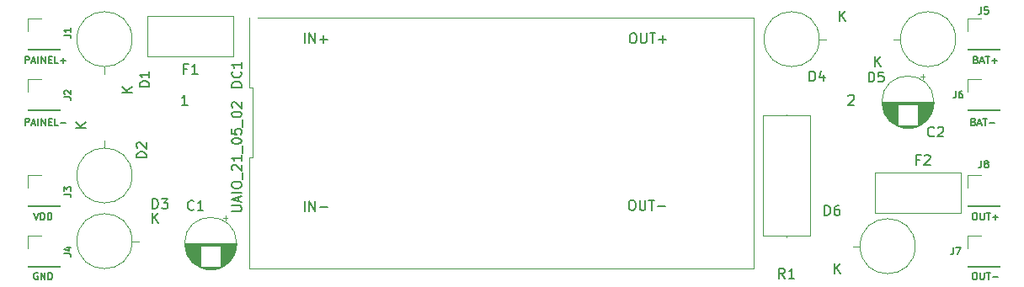
<source format=gbr>
%TF.GenerationSoftware,KiCad,Pcbnew,(5.1.10)-1*%
%TF.CreationDate,2021-05-10T23:52:44-03:00*%
%TF.ProjectId,MGA_02,4d47415f-3032-42e6-9b69-6361645f7063,rev?*%
%TF.SameCoordinates,Original*%
%TF.FileFunction,Legend,Top*%
%TF.FilePolarity,Positive*%
%FSLAX46Y46*%
G04 Gerber Fmt 4.6, Leading zero omitted, Abs format (unit mm)*
G04 Created by KiCad (PCBNEW (5.1.10)-1) date 2021-05-10 23:52:44*
%MOMM*%
%LPD*%
G01*
G04 APERTURE LIST*
%ADD10C,0.150000*%
%ADD11C,0.120000*%
G04 APERTURE END LIST*
D10*
X71702380Y-121976190D02*
X72511904Y-121976190D01*
X72607142Y-121928571D01*
X72654761Y-121880952D01*
X72702380Y-121785714D01*
X72702380Y-121595238D01*
X72654761Y-121500000D01*
X72607142Y-121452380D01*
X72511904Y-121404761D01*
X71702380Y-121404761D01*
X72416666Y-120976190D02*
X72416666Y-120500000D01*
X72702380Y-121071428D02*
X71702380Y-120738095D01*
X72702380Y-120404761D01*
X72702380Y-120071428D02*
X71702380Y-120071428D01*
X71702380Y-119404761D02*
X71702380Y-119214285D01*
X71750000Y-119119047D01*
X71845238Y-119023809D01*
X72035714Y-118976190D01*
X72369047Y-118976190D01*
X72559523Y-119023809D01*
X72654761Y-119119047D01*
X72702380Y-119214285D01*
X72702380Y-119404761D01*
X72654761Y-119500000D01*
X72559523Y-119595238D01*
X72369047Y-119642857D01*
X72035714Y-119642857D01*
X71845238Y-119595238D01*
X71750000Y-119500000D01*
X71702380Y-119404761D01*
X72797619Y-118785714D02*
X72797619Y-118023809D01*
X71797619Y-117833333D02*
X71750000Y-117785714D01*
X71702380Y-117690476D01*
X71702380Y-117452380D01*
X71750000Y-117357142D01*
X71797619Y-117309523D01*
X71892857Y-117261904D01*
X71988095Y-117261904D01*
X72130952Y-117309523D01*
X72702380Y-117880952D01*
X72702380Y-117261904D01*
X72702380Y-116309523D02*
X72702380Y-116880952D01*
X72702380Y-116595238D02*
X71702380Y-116595238D01*
X71845238Y-116690476D01*
X71940476Y-116785714D01*
X71988095Y-116880952D01*
X72797619Y-116119047D02*
X72797619Y-115357142D01*
X71702380Y-114928571D02*
X71702380Y-114833333D01*
X71750000Y-114738095D01*
X71797619Y-114690476D01*
X71892857Y-114642857D01*
X72083333Y-114595238D01*
X72321428Y-114595238D01*
X72511904Y-114642857D01*
X72607142Y-114690476D01*
X72654761Y-114738095D01*
X72702380Y-114833333D01*
X72702380Y-114928571D01*
X72654761Y-115023809D01*
X72607142Y-115071428D01*
X72511904Y-115119047D01*
X72321428Y-115166666D01*
X72083333Y-115166666D01*
X71892857Y-115119047D01*
X71797619Y-115071428D01*
X71750000Y-115023809D01*
X71702380Y-114928571D01*
X71702380Y-113690476D02*
X71702380Y-114166666D01*
X72178571Y-114214285D01*
X72130952Y-114166666D01*
X72083333Y-114071428D01*
X72083333Y-113833333D01*
X72130952Y-113738095D01*
X72178571Y-113690476D01*
X72273809Y-113642857D01*
X72511904Y-113642857D01*
X72607142Y-113690476D01*
X72654761Y-113738095D01*
X72702380Y-113833333D01*
X72702380Y-114071428D01*
X72654761Y-114166666D01*
X72607142Y-114214285D01*
X72797619Y-113452380D02*
X72797619Y-112690476D01*
X71702380Y-112261904D02*
X71702380Y-112166666D01*
X71750000Y-112071428D01*
X71797619Y-112023809D01*
X71892857Y-111976190D01*
X72083333Y-111928571D01*
X72321428Y-111928571D01*
X72511904Y-111976190D01*
X72607142Y-112023809D01*
X72654761Y-112071428D01*
X72702380Y-112166666D01*
X72702380Y-112261904D01*
X72654761Y-112357142D01*
X72607142Y-112404761D01*
X72511904Y-112452380D01*
X72321428Y-112500000D01*
X72083333Y-112500000D01*
X71892857Y-112452380D01*
X71797619Y-112404761D01*
X71750000Y-112357142D01*
X71702380Y-112261904D01*
X71797619Y-111547619D02*
X71750000Y-111500000D01*
X71702380Y-111404761D01*
X71702380Y-111166666D01*
X71750000Y-111071428D01*
X71797619Y-111023809D01*
X71892857Y-110976190D01*
X71988095Y-110976190D01*
X72130952Y-111023809D01*
X72702380Y-111595238D01*
X72702380Y-110976190D01*
X146366666Y-122116666D02*
X146500000Y-122116666D01*
X146566666Y-122150000D01*
X146633333Y-122216666D01*
X146666666Y-122350000D01*
X146666666Y-122583333D01*
X146633333Y-122716666D01*
X146566666Y-122783333D01*
X146500000Y-122816666D01*
X146366666Y-122816666D01*
X146300000Y-122783333D01*
X146233333Y-122716666D01*
X146200000Y-122583333D01*
X146200000Y-122350000D01*
X146233333Y-122216666D01*
X146300000Y-122150000D01*
X146366666Y-122116666D01*
X146966666Y-122116666D02*
X146966666Y-122683333D01*
X147000000Y-122750000D01*
X147033333Y-122783333D01*
X147100000Y-122816666D01*
X147233333Y-122816666D01*
X147300000Y-122783333D01*
X147333333Y-122750000D01*
X147366666Y-122683333D01*
X147366666Y-122116666D01*
X147600000Y-122116666D02*
X148000000Y-122116666D01*
X147800000Y-122816666D02*
X147800000Y-122116666D01*
X148233333Y-122550000D02*
X148766666Y-122550000D01*
X148500000Y-122816666D02*
X148500000Y-122283333D01*
X146366666Y-128116666D02*
X146500000Y-128116666D01*
X146566666Y-128150000D01*
X146633333Y-128216666D01*
X146666666Y-128350000D01*
X146666666Y-128583333D01*
X146633333Y-128716666D01*
X146566666Y-128783333D01*
X146500000Y-128816666D01*
X146366666Y-128816666D01*
X146300000Y-128783333D01*
X146233333Y-128716666D01*
X146200000Y-128583333D01*
X146200000Y-128350000D01*
X146233333Y-128216666D01*
X146300000Y-128150000D01*
X146366666Y-128116666D01*
X146966666Y-128116666D02*
X146966666Y-128683333D01*
X147000000Y-128750000D01*
X147033333Y-128783333D01*
X147100000Y-128816666D01*
X147233333Y-128816666D01*
X147300000Y-128783333D01*
X147333333Y-128750000D01*
X147366666Y-128683333D01*
X147366666Y-128116666D01*
X147600000Y-128116666D02*
X148000000Y-128116666D01*
X147800000Y-128816666D02*
X147800000Y-128116666D01*
X148233333Y-128550000D02*
X148766666Y-128550000D01*
X146300000Y-112950000D02*
X146400000Y-112983333D01*
X146433333Y-113016666D01*
X146466666Y-113083333D01*
X146466666Y-113183333D01*
X146433333Y-113250000D01*
X146400000Y-113283333D01*
X146333333Y-113316666D01*
X146066666Y-113316666D01*
X146066666Y-112616666D01*
X146300000Y-112616666D01*
X146366666Y-112650000D01*
X146400000Y-112683333D01*
X146433333Y-112750000D01*
X146433333Y-112816666D01*
X146400000Y-112883333D01*
X146366666Y-112916666D01*
X146300000Y-112950000D01*
X146066666Y-112950000D01*
X146733333Y-113116666D02*
X147066666Y-113116666D01*
X146666666Y-113316666D02*
X146900000Y-112616666D01*
X147133333Y-113316666D01*
X147266666Y-112616666D02*
X147666666Y-112616666D01*
X147466666Y-113316666D02*
X147466666Y-112616666D01*
X147900000Y-113050000D02*
X148433333Y-113050000D01*
X146550000Y-106700000D02*
X146650000Y-106733333D01*
X146683333Y-106766666D01*
X146716666Y-106833333D01*
X146716666Y-106933333D01*
X146683333Y-107000000D01*
X146650000Y-107033333D01*
X146583333Y-107066666D01*
X146316666Y-107066666D01*
X146316666Y-106366666D01*
X146550000Y-106366666D01*
X146616666Y-106400000D01*
X146650000Y-106433333D01*
X146683333Y-106500000D01*
X146683333Y-106566666D01*
X146650000Y-106633333D01*
X146616666Y-106666666D01*
X146550000Y-106700000D01*
X146316666Y-106700000D01*
X146983333Y-106866666D02*
X147316666Y-106866666D01*
X146916666Y-107066666D02*
X147150000Y-106366666D01*
X147383333Y-107066666D01*
X147516666Y-106366666D02*
X147916666Y-106366666D01*
X147716666Y-107066666D02*
X147716666Y-106366666D01*
X148150000Y-106800000D02*
X148683333Y-106800000D01*
X148416666Y-107066666D02*
X148416666Y-106533333D01*
X52216666Y-128150000D02*
X52150000Y-128116666D01*
X52050000Y-128116666D01*
X51950000Y-128150000D01*
X51883333Y-128216666D01*
X51850000Y-128283333D01*
X51816666Y-128416666D01*
X51816666Y-128516666D01*
X51850000Y-128650000D01*
X51883333Y-128716666D01*
X51950000Y-128783333D01*
X52050000Y-128816666D01*
X52116666Y-128816666D01*
X52216666Y-128783333D01*
X52250000Y-128750000D01*
X52250000Y-128516666D01*
X52116666Y-128516666D01*
X52550000Y-128816666D02*
X52550000Y-128116666D01*
X52950000Y-128816666D01*
X52950000Y-128116666D01*
X53283333Y-128816666D02*
X53283333Y-128116666D01*
X53450000Y-128116666D01*
X53550000Y-128150000D01*
X53616666Y-128216666D01*
X53650000Y-128283333D01*
X53683333Y-128416666D01*
X53683333Y-128516666D01*
X53650000Y-128650000D01*
X53616666Y-128716666D01*
X53550000Y-128783333D01*
X53450000Y-128816666D01*
X53283333Y-128816666D01*
X51816666Y-122116666D02*
X52050000Y-122816666D01*
X52283333Y-122116666D01*
X52516666Y-122816666D02*
X52516666Y-122116666D01*
X52683333Y-122116666D01*
X52783333Y-122150000D01*
X52850000Y-122216666D01*
X52883333Y-122283333D01*
X52916666Y-122416666D01*
X52916666Y-122516666D01*
X52883333Y-122650000D01*
X52850000Y-122716666D01*
X52783333Y-122783333D01*
X52683333Y-122816666D01*
X52516666Y-122816666D01*
X53216666Y-122816666D02*
X53216666Y-122116666D01*
X53383333Y-122116666D01*
X53483333Y-122150000D01*
X53550000Y-122216666D01*
X53583333Y-122283333D01*
X53616666Y-122416666D01*
X53616666Y-122516666D01*
X53583333Y-122650000D01*
X53550000Y-122716666D01*
X53483333Y-122783333D01*
X53383333Y-122816666D01*
X53216666Y-122816666D01*
X50950000Y-113316666D02*
X50950000Y-112616666D01*
X51216666Y-112616666D01*
X51283333Y-112650000D01*
X51316666Y-112683333D01*
X51350000Y-112750000D01*
X51350000Y-112850000D01*
X51316666Y-112916666D01*
X51283333Y-112950000D01*
X51216666Y-112983333D01*
X50950000Y-112983333D01*
X51616666Y-113116666D02*
X51950000Y-113116666D01*
X51550000Y-113316666D02*
X51783333Y-112616666D01*
X52016666Y-113316666D01*
X52250000Y-113316666D02*
X52250000Y-112616666D01*
X52583333Y-113316666D02*
X52583333Y-112616666D01*
X52983333Y-113316666D01*
X52983333Y-112616666D01*
X53316666Y-112950000D02*
X53550000Y-112950000D01*
X53650000Y-113316666D02*
X53316666Y-113316666D01*
X53316666Y-112616666D01*
X53650000Y-112616666D01*
X54283333Y-113316666D02*
X53950000Y-113316666D01*
X53950000Y-112616666D01*
X54516666Y-113050000D02*
X55050000Y-113050000D01*
X50950000Y-107066666D02*
X50950000Y-106366666D01*
X51216666Y-106366666D01*
X51283333Y-106400000D01*
X51316666Y-106433333D01*
X51350000Y-106500000D01*
X51350000Y-106600000D01*
X51316666Y-106666666D01*
X51283333Y-106700000D01*
X51216666Y-106733333D01*
X50950000Y-106733333D01*
X51616666Y-106866666D02*
X51950000Y-106866666D01*
X51550000Y-107066666D02*
X51783333Y-106366666D01*
X52016666Y-107066666D01*
X52250000Y-107066666D02*
X52250000Y-106366666D01*
X52583333Y-107066666D02*
X52583333Y-106366666D01*
X52983333Y-107066666D01*
X52983333Y-106366666D01*
X53316666Y-106700000D02*
X53550000Y-106700000D01*
X53650000Y-107066666D02*
X53316666Y-107066666D01*
X53316666Y-106366666D01*
X53650000Y-106366666D01*
X54283333Y-107066666D02*
X53950000Y-107066666D01*
X53950000Y-106366666D01*
X54516666Y-106800000D02*
X55050000Y-106800000D01*
X54783333Y-107066666D02*
X54783333Y-106533333D01*
D11*
%TO.C,F2*%
X145006000Y-122154000D02*
X136406000Y-122154000D01*
X145006000Y-122154000D02*
X145006000Y-118054000D01*
X136406000Y-122154000D02*
X136406000Y-118054000D01*
X145006000Y-118054000D02*
X136406000Y-118054000D01*
%TO.C,F1*%
X71854000Y-106406000D02*
X63254000Y-106406000D01*
X71854000Y-106406000D02*
X71854000Y-102306000D01*
X63254000Y-106406000D02*
X63254000Y-102306000D01*
X71854000Y-102306000D02*
X63254000Y-102306000D01*
%TO.C,J8*%
X145720000Y-121488000D02*
X148920000Y-121488000D01*
X145720000Y-121388000D02*
X145720000Y-121448000D01*
X148920000Y-121428000D02*
X148920000Y-121488000D01*
X145720000Y-121388000D02*
X148920000Y-121388000D01*
X145720000Y-119618000D02*
X145720000Y-118288000D01*
X145720000Y-118288000D02*
X147050000Y-118288000D01*
%TO.C,J7*%
X145720000Y-127584000D02*
X148920000Y-127584000D01*
X145720000Y-127484000D02*
X145720000Y-127544000D01*
X148920000Y-127524000D02*
X148920000Y-127584000D01*
X145720000Y-127484000D02*
X148920000Y-127484000D01*
X145720000Y-125714000D02*
X145720000Y-124384000D01*
X145720000Y-124384000D02*
X147050000Y-124384000D01*
%TO.C,J6*%
X145720000Y-111836000D02*
X148920000Y-111836000D01*
X145720000Y-111736000D02*
X145720000Y-111796000D01*
X148920000Y-111776000D02*
X148920000Y-111836000D01*
X145720000Y-111736000D02*
X148920000Y-111736000D01*
X145720000Y-109966000D02*
X145720000Y-108636000D01*
X145720000Y-108636000D02*
X147050000Y-108636000D01*
%TO.C,J5*%
X145720000Y-105740000D02*
X148920000Y-105740000D01*
X145720000Y-105640000D02*
X145720000Y-105700000D01*
X148920000Y-105680000D02*
X148920000Y-105740000D01*
X145720000Y-105640000D02*
X148920000Y-105640000D01*
X145720000Y-103870000D02*
X145720000Y-102540000D01*
X145720000Y-102540000D02*
X147050000Y-102540000D01*
%TO.C,J4*%
X51232000Y-127584000D02*
X54432000Y-127584000D01*
X51232000Y-127484000D02*
X51232000Y-127544000D01*
X54432000Y-127524000D02*
X54432000Y-127584000D01*
X51232000Y-127484000D02*
X54432000Y-127484000D01*
X51232000Y-125714000D02*
X51232000Y-124384000D01*
X51232000Y-124384000D02*
X52562000Y-124384000D01*
%TO.C,J3*%
X51232000Y-121488000D02*
X54432000Y-121488000D01*
X51232000Y-121388000D02*
X51232000Y-121448000D01*
X54432000Y-121428000D02*
X54432000Y-121488000D01*
X51232000Y-121388000D02*
X54432000Y-121388000D01*
X51232000Y-119618000D02*
X51232000Y-118288000D01*
X51232000Y-118288000D02*
X52562000Y-118288000D01*
%TO.C,J2*%
X51232000Y-111836000D02*
X54432000Y-111836000D01*
X51232000Y-111736000D02*
X51232000Y-111796000D01*
X54432000Y-111776000D02*
X54432000Y-111836000D01*
X51232000Y-111736000D02*
X54432000Y-111736000D01*
X51232000Y-109966000D02*
X51232000Y-108636000D01*
X51232000Y-108636000D02*
X52562000Y-108636000D01*
%TO.C,J1*%
X51232000Y-105740000D02*
X54432000Y-105740000D01*
X51232000Y-105640000D02*
X51232000Y-105700000D01*
X54432000Y-105680000D02*
X54432000Y-105740000D01*
X51232000Y-105640000D02*
X54432000Y-105640000D01*
X51232000Y-103870000D02*
X51232000Y-102540000D01*
X51232000Y-102540000D02*
X52562000Y-102540000D01*
%TO.C,D6*%
X134898000Y-125476000D02*
X134188000Y-125476000D01*
X140438000Y-125476000D02*
G75*
G03*
X140438000Y-125476000I-2770000J0D01*
G01*
%TO.C,D5*%
X138962000Y-104648000D02*
X138252000Y-104648000D01*
X144502000Y-104648000D02*
G75*
G03*
X144502000Y-104648000I-2770000J0D01*
G01*
%TO.C,D4*%
X130786000Y-104648000D02*
X131496000Y-104648000D01*
X130786000Y-104648000D02*
G75*
G03*
X130786000Y-104648000I-2770000J0D01*
G01*
%TO.C,D3*%
X61698000Y-124968000D02*
X62408000Y-124968000D01*
X61698000Y-124968000D02*
G75*
G03*
X61698000Y-124968000I-2770000J0D01*
G01*
%TO.C,D2*%
X58928000Y-115594000D02*
X58928000Y-114884000D01*
X61698000Y-118364000D02*
G75*
G03*
X61698000Y-118364000I-2770000J0D01*
G01*
%TO.C,D1*%
X58928000Y-107418000D02*
X58928000Y-108128000D01*
X61698000Y-104648000D02*
G75*
G03*
X61698000Y-104648000I-2770000J0D01*
G01*
%TO.C,R1*%
X127508000Y-112184000D02*
X127508000Y-112294000D01*
X127508000Y-124544000D02*
X127508000Y-124434000D01*
X125138000Y-112294000D02*
X125138000Y-124434000D01*
X129878000Y-112294000D02*
X125138000Y-112294000D01*
X129878000Y-124434000D02*
X129878000Y-112294000D01*
X125138000Y-124434000D02*
X129878000Y-124434000D01*
%TO.C,C2*%
X142320000Y-110978000D02*
G75*
G03*
X142320000Y-110978000I-2620000J0D01*
G01*
X142280000Y-110978000D02*
X137120000Y-110978000D01*
X142280000Y-111018000D02*
X137120000Y-111018000D01*
X142279000Y-111058000D02*
X137121000Y-111058000D01*
X142278000Y-111098000D02*
X137122000Y-111098000D01*
X142276000Y-111138000D02*
X137124000Y-111138000D01*
X142273000Y-111178000D02*
X137127000Y-111178000D01*
X142269000Y-111218000D02*
X140740000Y-111218000D01*
X138660000Y-111218000D02*
X137131000Y-111218000D01*
X142265000Y-111258000D02*
X140740000Y-111258000D01*
X138660000Y-111258000D02*
X137135000Y-111258000D01*
X142261000Y-111298000D02*
X140740000Y-111298000D01*
X138660000Y-111298000D02*
X137139000Y-111298000D01*
X142256000Y-111338000D02*
X140740000Y-111338000D01*
X138660000Y-111338000D02*
X137144000Y-111338000D01*
X142250000Y-111378000D02*
X140740000Y-111378000D01*
X138660000Y-111378000D02*
X137150000Y-111378000D01*
X142243000Y-111418000D02*
X140740000Y-111418000D01*
X138660000Y-111418000D02*
X137157000Y-111418000D01*
X142236000Y-111458000D02*
X140740000Y-111458000D01*
X138660000Y-111458000D02*
X137164000Y-111458000D01*
X142228000Y-111498000D02*
X140740000Y-111498000D01*
X138660000Y-111498000D02*
X137172000Y-111498000D01*
X142220000Y-111538000D02*
X140740000Y-111538000D01*
X138660000Y-111538000D02*
X137180000Y-111538000D01*
X142211000Y-111578000D02*
X140740000Y-111578000D01*
X138660000Y-111578000D02*
X137189000Y-111578000D01*
X142201000Y-111618000D02*
X140740000Y-111618000D01*
X138660000Y-111618000D02*
X137199000Y-111618000D01*
X142191000Y-111658000D02*
X140740000Y-111658000D01*
X138660000Y-111658000D02*
X137209000Y-111658000D01*
X142180000Y-111699000D02*
X140740000Y-111699000D01*
X138660000Y-111699000D02*
X137220000Y-111699000D01*
X142168000Y-111739000D02*
X140740000Y-111739000D01*
X138660000Y-111739000D02*
X137232000Y-111739000D01*
X142155000Y-111779000D02*
X140740000Y-111779000D01*
X138660000Y-111779000D02*
X137245000Y-111779000D01*
X142142000Y-111819000D02*
X140740000Y-111819000D01*
X138660000Y-111819000D02*
X137258000Y-111819000D01*
X142128000Y-111859000D02*
X140740000Y-111859000D01*
X138660000Y-111859000D02*
X137272000Y-111859000D01*
X142114000Y-111899000D02*
X140740000Y-111899000D01*
X138660000Y-111899000D02*
X137286000Y-111899000D01*
X142098000Y-111939000D02*
X140740000Y-111939000D01*
X138660000Y-111939000D02*
X137302000Y-111939000D01*
X142082000Y-111979000D02*
X140740000Y-111979000D01*
X138660000Y-111979000D02*
X137318000Y-111979000D01*
X142065000Y-112019000D02*
X140740000Y-112019000D01*
X138660000Y-112019000D02*
X137335000Y-112019000D01*
X142048000Y-112059000D02*
X140740000Y-112059000D01*
X138660000Y-112059000D02*
X137352000Y-112059000D01*
X142029000Y-112099000D02*
X140740000Y-112099000D01*
X138660000Y-112099000D02*
X137371000Y-112099000D01*
X142010000Y-112139000D02*
X140740000Y-112139000D01*
X138660000Y-112139000D02*
X137390000Y-112139000D01*
X141990000Y-112179000D02*
X140740000Y-112179000D01*
X138660000Y-112179000D02*
X137410000Y-112179000D01*
X141968000Y-112219000D02*
X140740000Y-112219000D01*
X138660000Y-112219000D02*
X137432000Y-112219000D01*
X141947000Y-112259000D02*
X140740000Y-112259000D01*
X138660000Y-112259000D02*
X137453000Y-112259000D01*
X141924000Y-112299000D02*
X140740000Y-112299000D01*
X138660000Y-112299000D02*
X137476000Y-112299000D01*
X141900000Y-112339000D02*
X140740000Y-112339000D01*
X138660000Y-112339000D02*
X137500000Y-112339000D01*
X141875000Y-112379000D02*
X140740000Y-112379000D01*
X138660000Y-112379000D02*
X137525000Y-112379000D01*
X141849000Y-112419000D02*
X140740000Y-112419000D01*
X138660000Y-112419000D02*
X137551000Y-112419000D01*
X141822000Y-112459000D02*
X140740000Y-112459000D01*
X138660000Y-112459000D02*
X137578000Y-112459000D01*
X141795000Y-112499000D02*
X140740000Y-112499000D01*
X138660000Y-112499000D02*
X137605000Y-112499000D01*
X141765000Y-112539000D02*
X140740000Y-112539000D01*
X138660000Y-112539000D02*
X137635000Y-112539000D01*
X141735000Y-112579000D02*
X140740000Y-112579000D01*
X138660000Y-112579000D02*
X137665000Y-112579000D01*
X141704000Y-112619000D02*
X140740000Y-112619000D01*
X138660000Y-112619000D02*
X137696000Y-112619000D01*
X141671000Y-112659000D02*
X140740000Y-112659000D01*
X138660000Y-112659000D02*
X137729000Y-112659000D01*
X141637000Y-112699000D02*
X140740000Y-112699000D01*
X138660000Y-112699000D02*
X137763000Y-112699000D01*
X141601000Y-112739000D02*
X140740000Y-112739000D01*
X138660000Y-112739000D02*
X137799000Y-112739000D01*
X141564000Y-112779000D02*
X140740000Y-112779000D01*
X138660000Y-112779000D02*
X137836000Y-112779000D01*
X141526000Y-112819000D02*
X140740000Y-112819000D01*
X138660000Y-112819000D02*
X137874000Y-112819000D01*
X141485000Y-112859000D02*
X140740000Y-112859000D01*
X138660000Y-112859000D02*
X137915000Y-112859000D01*
X141443000Y-112899000D02*
X140740000Y-112899000D01*
X138660000Y-112899000D02*
X137957000Y-112899000D01*
X141399000Y-112939000D02*
X140740000Y-112939000D01*
X138660000Y-112939000D02*
X138001000Y-112939000D01*
X141353000Y-112979000D02*
X140740000Y-112979000D01*
X138660000Y-112979000D02*
X138047000Y-112979000D01*
X141305000Y-113019000D02*
X140740000Y-113019000D01*
X138660000Y-113019000D02*
X138095000Y-113019000D01*
X141254000Y-113059000D02*
X140740000Y-113059000D01*
X138660000Y-113059000D02*
X138146000Y-113059000D01*
X141200000Y-113099000D02*
X140740000Y-113099000D01*
X138660000Y-113099000D02*
X138200000Y-113099000D01*
X141143000Y-113139000D02*
X140740000Y-113139000D01*
X138660000Y-113139000D02*
X138257000Y-113139000D01*
X141083000Y-113179000D02*
X140740000Y-113179000D01*
X138660000Y-113179000D02*
X138317000Y-113179000D01*
X141019000Y-113219000D02*
X140740000Y-113219000D01*
X138660000Y-113219000D02*
X138381000Y-113219000D01*
X140951000Y-113259000D02*
X140740000Y-113259000D01*
X138660000Y-113259000D02*
X138449000Y-113259000D01*
X140878000Y-113299000D02*
X138522000Y-113299000D01*
X140798000Y-113339000D02*
X138602000Y-113339000D01*
X140711000Y-113379000D02*
X138689000Y-113379000D01*
X140615000Y-113419000D02*
X138785000Y-113419000D01*
X140505000Y-113459000D02*
X138895000Y-113459000D01*
X140377000Y-113499000D02*
X139023000Y-113499000D01*
X140218000Y-113539000D02*
X139182000Y-113539000D01*
X139984000Y-113579000D02*
X139416000Y-113579000D01*
X141175000Y-108173225D02*
X141175000Y-108673225D01*
X141425000Y-108423225D02*
X140925000Y-108423225D01*
%TO.C,C1*%
X72216000Y-125202000D02*
G75*
G03*
X72216000Y-125202000I-2620000J0D01*
G01*
X72176000Y-125202000D02*
X67016000Y-125202000D01*
X72176000Y-125242000D02*
X67016000Y-125242000D01*
X72175000Y-125282000D02*
X67017000Y-125282000D01*
X72174000Y-125322000D02*
X67018000Y-125322000D01*
X72172000Y-125362000D02*
X67020000Y-125362000D01*
X72169000Y-125402000D02*
X67023000Y-125402000D01*
X72165000Y-125442000D02*
X70636000Y-125442000D01*
X68556000Y-125442000D02*
X67027000Y-125442000D01*
X72161000Y-125482000D02*
X70636000Y-125482000D01*
X68556000Y-125482000D02*
X67031000Y-125482000D01*
X72157000Y-125522000D02*
X70636000Y-125522000D01*
X68556000Y-125522000D02*
X67035000Y-125522000D01*
X72152000Y-125562000D02*
X70636000Y-125562000D01*
X68556000Y-125562000D02*
X67040000Y-125562000D01*
X72146000Y-125602000D02*
X70636000Y-125602000D01*
X68556000Y-125602000D02*
X67046000Y-125602000D01*
X72139000Y-125642000D02*
X70636000Y-125642000D01*
X68556000Y-125642000D02*
X67053000Y-125642000D01*
X72132000Y-125682000D02*
X70636000Y-125682000D01*
X68556000Y-125682000D02*
X67060000Y-125682000D01*
X72124000Y-125722000D02*
X70636000Y-125722000D01*
X68556000Y-125722000D02*
X67068000Y-125722000D01*
X72116000Y-125762000D02*
X70636000Y-125762000D01*
X68556000Y-125762000D02*
X67076000Y-125762000D01*
X72107000Y-125802000D02*
X70636000Y-125802000D01*
X68556000Y-125802000D02*
X67085000Y-125802000D01*
X72097000Y-125842000D02*
X70636000Y-125842000D01*
X68556000Y-125842000D02*
X67095000Y-125842000D01*
X72087000Y-125882000D02*
X70636000Y-125882000D01*
X68556000Y-125882000D02*
X67105000Y-125882000D01*
X72076000Y-125923000D02*
X70636000Y-125923000D01*
X68556000Y-125923000D02*
X67116000Y-125923000D01*
X72064000Y-125963000D02*
X70636000Y-125963000D01*
X68556000Y-125963000D02*
X67128000Y-125963000D01*
X72051000Y-126003000D02*
X70636000Y-126003000D01*
X68556000Y-126003000D02*
X67141000Y-126003000D01*
X72038000Y-126043000D02*
X70636000Y-126043000D01*
X68556000Y-126043000D02*
X67154000Y-126043000D01*
X72024000Y-126083000D02*
X70636000Y-126083000D01*
X68556000Y-126083000D02*
X67168000Y-126083000D01*
X72010000Y-126123000D02*
X70636000Y-126123000D01*
X68556000Y-126123000D02*
X67182000Y-126123000D01*
X71994000Y-126163000D02*
X70636000Y-126163000D01*
X68556000Y-126163000D02*
X67198000Y-126163000D01*
X71978000Y-126203000D02*
X70636000Y-126203000D01*
X68556000Y-126203000D02*
X67214000Y-126203000D01*
X71961000Y-126243000D02*
X70636000Y-126243000D01*
X68556000Y-126243000D02*
X67231000Y-126243000D01*
X71944000Y-126283000D02*
X70636000Y-126283000D01*
X68556000Y-126283000D02*
X67248000Y-126283000D01*
X71925000Y-126323000D02*
X70636000Y-126323000D01*
X68556000Y-126323000D02*
X67267000Y-126323000D01*
X71906000Y-126363000D02*
X70636000Y-126363000D01*
X68556000Y-126363000D02*
X67286000Y-126363000D01*
X71886000Y-126403000D02*
X70636000Y-126403000D01*
X68556000Y-126403000D02*
X67306000Y-126403000D01*
X71864000Y-126443000D02*
X70636000Y-126443000D01*
X68556000Y-126443000D02*
X67328000Y-126443000D01*
X71843000Y-126483000D02*
X70636000Y-126483000D01*
X68556000Y-126483000D02*
X67349000Y-126483000D01*
X71820000Y-126523000D02*
X70636000Y-126523000D01*
X68556000Y-126523000D02*
X67372000Y-126523000D01*
X71796000Y-126563000D02*
X70636000Y-126563000D01*
X68556000Y-126563000D02*
X67396000Y-126563000D01*
X71771000Y-126603000D02*
X70636000Y-126603000D01*
X68556000Y-126603000D02*
X67421000Y-126603000D01*
X71745000Y-126643000D02*
X70636000Y-126643000D01*
X68556000Y-126643000D02*
X67447000Y-126643000D01*
X71718000Y-126683000D02*
X70636000Y-126683000D01*
X68556000Y-126683000D02*
X67474000Y-126683000D01*
X71691000Y-126723000D02*
X70636000Y-126723000D01*
X68556000Y-126723000D02*
X67501000Y-126723000D01*
X71661000Y-126763000D02*
X70636000Y-126763000D01*
X68556000Y-126763000D02*
X67531000Y-126763000D01*
X71631000Y-126803000D02*
X70636000Y-126803000D01*
X68556000Y-126803000D02*
X67561000Y-126803000D01*
X71600000Y-126843000D02*
X70636000Y-126843000D01*
X68556000Y-126843000D02*
X67592000Y-126843000D01*
X71567000Y-126883000D02*
X70636000Y-126883000D01*
X68556000Y-126883000D02*
X67625000Y-126883000D01*
X71533000Y-126923000D02*
X70636000Y-126923000D01*
X68556000Y-126923000D02*
X67659000Y-126923000D01*
X71497000Y-126963000D02*
X70636000Y-126963000D01*
X68556000Y-126963000D02*
X67695000Y-126963000D01*
X71460000Y-127003000D02*
X70636000Y-127003000D01*
X68556000Y-127003000D02*
X67732000Y-127003000D01*
X71422000Y-127043000D02*
X70636000Y-127043000D01*
X68556000Y-127043000D02*
X67770000Y-127043000D01*
X71381000Y-127083000D02*
X70636000Y-127083000D01*
X68556000Y-127083000D02*
X67811000Y-127083000D01*
X71339000Y-127123000D02*
X70636000Y-127123000D01*
X68556000Y-127123000D02*
X67853000Y-127123000D01*
X71295000Y-127163000D02*
X70636000Y-127163000D01*
X68556000Y-127163000D02*
X67897000Y-127163000D01*
X71249000Y-127203000D02*
X70636000Y-127203000D01*
X68556000Y-127203000D02*
X67943000Y-127203000D01*
X71201000Y-127243000D02*
X70636000Y-127243000D01*
X68556000Y-127243000D02*
X67991000Y-127243000D01*
X71150000Y-127283000D02*
X70636000Y-127283000D01*
X68556000Y-127283000D02*
X68042000Y-127283000D01*
X71096000Y-127323000D02*
X70636000Y-127323000D01*
X68556000Y-127323000D02*
X68096000Y-127323000D01*
X71039000Y-127363000D02*
X70636000Y-127363000D01*
X68556000Y-127363000D02*
X68153000Y-127363000D01*
X70979000Y-127403000D02*
X70636000Y-127403000D01*
X68556000Y-127403000D02*
X68213000Y-127403000D01*
X70915000Y-127443000D02*
X70636000Y-127443000D01*
X68556000Y-127443000D02*
X68277000Y-127443000D01*
X70847000Y-127483000D02*
X70636000Y-127483000D01*
X68556000Y-127483000D02*
X68345000Y-127483000D01*
X70774000Y-127523000D02*
X68418000Y-127523000D01*
X70694000Y-127563000D02*
X68498000Y-127563000D01*
X70607000Y-127603000D02*
X68585000Y-127603000D01*
X70511000Y-127643000D02*
X68681000Y-127643000D01*
X70401000Y-127683000D02*
X68791000Y-127683000D01*
X70273000Y-127723000D02*
X68919000Y-127723000D01*
X70114000Y-127763000D02*
X69078000Y-127763000D01*
X69880000Y-127803000D02*
X69312000Y-127803000D01*
X71071000Y-122397225D02*
X71071000Y-122897225D01*
X71321000Y-122647225D02*
X70821000Y-122647225D01*
%TO.C,DC1*%
X73500000Y-127700000D02*
X124200000Y-127700000D01*
X124200000Y-127700000D02*
X124200000Y-102500001D01*
X124200000Y-102500000D02*
X74300000Y-102500000D01*
X73500000Y-102500000D02*
X73500000Y-109500000D01*
X73500000Y-109500000D02*
X73860000Y-109500000D01*
X73860000Y-109500000D02*
X73860000Y-116499999D01*
X73860000Y-116499999D02*
X73500000Y-116499999D01*
X73500000Y-116499999D02*
X73500000Y-127700000D01*
%TO.C,2*%
D10*
X133714285Y-110347619D02*
X133761904Y-110300000D01*
X133857142Y-110252380D01*
X134095238Y-110252380D01*
X134190476Y-110300000D01*
X134238095Y-110347619D01*
X134285714Y-110442857D01*
X134285714Y-110538095D01*
X134238095Y-110680952D01*
X133666666Y-111252380D01*
X134285714Y-111252380D01*
%TO.C,1*%
X67285714Y-111252380D02*
X66714285Y-111252380D01*
X67000000Y-111252380D02*
X67000000Y-110252380D01*
X66904761Y-110395238D01*
X66809523Y-110490476D01*
X66714285Y-110538095D01*
%TO.C,F2*%
X140890666Y-116768571D02*
X140557333Y-116768571D01*
X140557333Y-117292380D02*
X140557333Y-116292380D01*
X141033523Y-116292380D01*
X141366857Y-116387619D02*
X141414476Y-116340000D01*
X141509714Y-116292380D01*
X141747809Y-116292380D01*
X141843047Y-116340000D01*
X141890666Y-116387619D01*
X141938285Y-116482857D01*
X141938285Y-116578095D01*
X141890666Y-116720952D01*
X141319238Y-117292380D01*
X141938285Y-117292380D01*
%TO.C,F1*%
X67230666Y-107624571D02*
X66897333Y-107624571D01*
X66897333Y-108148380D02*
X66897333Y-107148380D01*
X67373523Y-107148380D01*
X68278285Y-108148380D02*
X67706857Y-108148380D01*
X67992571Y-108148380D02*
X67992571Y-107148380D01*
X67897333Y-107291238D01*
X67802095Y-107386476D01*
X67706857Y-107434095D01*
%TO.C,J8*%
X147086666Y-116866666D02*
X147086666Y-117366666D01*
X147053333Y-117466666D01*
X146986666Y-117533333D01*
X146886666Y-117566666D01*
X146820000Y-117566666D01*
X147520000Y-117166666D02*
X147453333Y-117133333D01*
X147420000Y-117100000D01*
X147386666Y-117033333D01*
X147386666Y-117000000D01*
X147420000Y-116933333D01*
X147453333Y-116900000D01*
X147520000Y-116866666D01*
X147653333Y-116866666D01*
X147720000Y-116900000D01*
X147753333Y-116933333D01*
X147786666Y-117000000D01*
X147786666Y-117033333D01*
X147753333Y-117100000D01*
X147720000Y-117133333D01*
X147653333Y-117166666D01*
X147520000Y-117166666D01*
X147453333Y-117200000D01*
X147420000Y-117233333D01*
X147386666Y-117300000D01*
X147386666Y-117433333D01*
X147420000Y-117500000D01*
X147453333Y-117533333D01*
X147520000Y-117566666D01*
X147653333Y-117566666D01*
X147720000Y-117533333D01*
X147753333Y-117500000D01*
X147786666Y-117433333D01*
X147786666Y-117300000D01*
X147753333Y-117233333D01*
X147720000Y-117200000D01*
X147653333Y-117166666D01*
%TO.C,J7*%
X144266666Y-125616666D02*
X144266666Y-126116666D01*
X144233333Y-126216666D01*
X144166666Y-126283333D01*
X144066666Y-126316666D01*
X144000000Y-126316666D01*
X144533333Y-125616666D02*
X145000000Y-125616666D01*
X144700000Y-126316666D01*
%TO.C,J6*%
X144516666Y-109866666D02*
X144516666Y-110366666D01*
X144483333Y-110466666D01*
X144416666Y-110533333D01*
X144316666Y-110566666D01*
X144250000Y-110566666D01*
X145150000Y-109866666D02*
X145016666Y-109866666D01*
X144950000Y-109900000D01*
X144916666Y-109933333D01*
X144850000Y-110033333D01*
X144816666Y-110166666D01*
X144816666Y-110433333D01*
X144850000Y-110500000D01*
X144883333Y-110533333D01*
X144950000Y-110566666D01*
X145083333Y-110566666D01*
X145150000Y-110533333D01*
X145183333Y-110500000D01*
X145216666Y-110433333D01*
X145216666Y-110266666D01*
X145183333Y-110200000D01*
X145150000Y-110166666D01*
X145083333Y-110133333D01*
X144950000Y-110133333D01*
X144883333Y-110166666D01*
X144850000Y-110200000D01*
X144816666Y-110266666D01*
%TO.C,J5*%
X147086666Y-101426666D02*
X147086666Y-101926666D01*
X147053333Y-102026666D01*
X146986666Y-102093333D01*
X146886666Y-102126666D01*
X146820000Y-102126666D01*
X147753333Y-101426666D02*
X147420000Y-101426666D01*
X147386666Y-101760000D01*
X147420000Y-101726666D01*
X147486666Y-101693333D01*
X147653333Y-101693333D01*
X147720000Y-101726666D01*
X147753333Y-101760000D01*
X147786666Y-101826666D01*
X147786666Y-101993333D01*
X147753333Y-102060000D01*
X147720000Y-102093333D01*
X147653333Y-102126666D01*
X147486666Y-102126666D01*
X147420000Y-102093333D01*
X147386666Y-102060000D01*
%TO.C,J4*%
X54866666Y-126233333D02*
X55366666Y-126233333D01*
X55466666Y-126266666D01*
X55533333Y-126333333D01*
X55566666Y-126433333D01*
X55566666Y-126500000D01*
X55100000Y-125600000D02*
X55566666Y-125600000D01*
X54833333Y-125766666D02*
X55333333Y-125933333D01*
X55333333Y-125500000D01*
%TO.C,J3*%
X54866666Y-120233333D02*
X55366666Y-120233333D01*
X55466666Y-120266666D01*
X55533333Y-120333333D01*
X55566666Y-120433333D01*
X55566666Y-120500000D01*
X54866666Y-119966666D02*
X54866666Y-119533333D01*
X55133333Y-119766666D01*
X55133333Y-119666666D01*
X55166666Y-119600000D01*
X55200000Y-119566666D01*
X55266666Y-119533333D01*
X55433333Y-119533333D01*
X55500000Y-119566666D01*
X55533333Y-119600000D01*
X55566666Y-119666666D01*
X55566666Y-119866666D01*
X55533333Y-119933333D01*
X55500000Y-119966666D01*
%TO.C,J2*%
X54866666Y-110483333D02*
X55366666Y-110483333D01*
X55466666Y-110516666D01*
X55533333Y-110583333D01*
X55566666Y-110683333D01*
X55566666Y-110750000D01*
X54933333Y-110183333D02*
X54900000Y-110150000D01*
X54866666Y-110083333D01*
X54866666Y-109916666D01*
X54900000Y-109850000D01*
X54933333Y-109816666D01*
X55000000Y-109783333D01*
X55066666Y-109783333D01*
X55166666Y-109816666D01*
X55566666Y-110216666D01*
X55566666Y-109783333D01*
%TO.C,J1*%
X54866666Y-104233333D02*
X55366666Y-104233333D01*
X55466666Y-104266666D01*
X55533333Y-104333333D01*
X55566666Y-104433333D01*
X55566666Y-104500000D01*
X55566666Y-103533333D02*
X55566666Y-103933333D01*
X55566666Y-103733333D02*
X54866666Y-103733333D01*
X54966666Y-103800000D01*
X55033333Y-103866666D01*
X55066666Y-103933333D01*
%TO.C,D6*%
X131341904Y-122372380D02*
X131341904Y-121372380D01*
X131580000Y-121372380D01*
X131722857Y-121420000D01*
X131818095Y-121515238D01*
X131865714Y-121610476D01*
X131913333Y-121800952D01*
X131913333Y-121943809D01*
X131865714Y-122134285D01*
X131818095Y-122229523D01*
X131722857Y-122324761D01*
X131580000Y-122372380D01*
X131341904Y-122372380D01*
X132770476Y-121372380D02*
X132580000Y-121372380D01*
X132484761Y-121420000D01*
X132437142Y-121467619D01*
X132341904Y-121610476D01*
X132294285Y-121800952D01*
X132294285Y-122181904D01*
X132341904Y-122277142D01*
X132389523Y-122324761D01*
X132484761Y-122372380D01*
X132675238Y-122372380D01*
X132770476Y-122324761D01*
X132818095Y-122277142D01*
X132865714Y-122181904D01*
X132865714Y-121943809D01*
X132818095Y-121848571D01*
X132770476Y-121800952D01*
X132675238Y-121753333D01*
X132484761Y-121753333D01*
X132389523Y-121800952D01*
X132341904Y-121848571D01*
X132294285Y-121943809D01*
X132326095Y-128228380D02*
X132326095Y-127228380D01*
X132897523Y-128228380D02*
X132468952Y-127656952D01*
X132897523Y-127228380D02*
X132326095Y-127799809D01*
%TO.C,D5*%
X135761904Y-108952380D02*
X135761904Y-107952380D01*
X136000000Y-107952380D01*
X136142857Y-108000000D01*
X136238095Y-108095238D01*
X136285714Y-108190476D01*
X136333333Y-108380952D01*
X136333333Y-108523809D01*
X136285714Y-108714285D01*
X136238095Y-108809523D01*
X136142857Y-108904761D01*
X136000000Y-108952380D01*
X135761904Y-108952380D01*
X137238095Y-107952380D02*
X136761904Y-107952380D01*
X136714285Y-108428571D01*
X136761904Y-108380952D01*
X136857142Y-108333333D01*
X137095238Y-108333333D01*
X137190476Y-108380952D01*
X137238095Y-108428571D01*
X137285714Y-108523809D01*
X137285714Y-108761904D01*
X137238095Y-108857142D01*
X137190476Y-108904761D01*
X137095238Y-108952380D01*
X136857142Y-108952380D01*
X136761904Y-108904761D01*
X136714285Y-108857142D01*
X136390095Y-107400380D02*
X136390095Y-106400380D01*
X136961523Y-107400380D02*
X136532952Y-106828952D01*
X136961523Y-106400380D02*
X136390095Y-106971809D01*
%TO.C,D4*%
X129817904Y-108870380D02*
X129817904Y-107870380D01*
X130056000Y-107870380D01*
X130198857Y-107918000D01*
X130294095Y-108013238D01*
X130341714Y-108108476D01*
X130389333Y-108298952D01*
X130389333Y-108441809D01*
X130341714Y-108632285D01*
X130294095Y-108727523D01*
X130198857Y-108822761D01*
X130056000Y-108870380D01*
X129817904Y-108870380D01*
X131246476Y-108203714D02*
X131246476Y-108870380D01*
X131008380Y-107822761D02*
X130770285Y-108537047D01*
X131389333Y-108537047D01*
X132834095Y-102800380D02*
X132834095Y-101800380D01*
X133405523Y-102800380D02*
X132976952Y-102228952D01*
X133405523Y-101800380D02*
X132834095Y-102371809D01*
%TO.C,D3*%
X63761904Y-121702380D02*
X63761904Y-120702380D01*
X64000000Y-120702380D01*
X64142857Y-120750000D01*
X64238095Y-120845238D01*
X64285714Y-120940476D01*
X64333333Y-121130952D01*
X64333333Y-121273809D01*
X64285714Y-121464285D01*
X64238095Y-121559523D01*
X64142857Y-121654761D01*
X64000000Y-121702380D01*
X63761904Y-121702380D01*
X64666666Y-120702380D02*
X65285714Y-120702380D01*
X64952380Y-121083333D01*
X65095238Y-121083333D01*
X65190476Y-121130952D01*
X65238095Y-121178571D01*
X65285714Y-121273809D01*
X65285714Y-121511904D01*
X65238095Y-121607142D01*
X65190476Y-121654761D01*
X65095238Y-121702380D01*
X64809523Y-121702380D01*
X64714285Y-121654761D01*
X64666666Y-121607142D01*
X63746095Y-123120380D02*
X63746095Y-122120380D01*
X64317523Y-123120380D02*
X63888952Y-122548952D01*
X64317523Y-122120380D02*
X63746095Y-122691809D01*
%TO.C,D2*%
X63150380Y-116562095D02*
X62150380Y-116562095D01*
X62150380Y-116324000D01*
X62198000Y-116181142D01*
X62293238Y-116085904D01*
X62388476Y-116038285D01*
X62578952Y-115990666D01*
X62721809Y-115990666D01*
X62912285Y-116038285D01*
X63007523Y-116085904D01*
X63102761Y-116181142D01*
X63150380Y-116324000D01*
X63150380Y-116562095D01*
X62245619Y-115609714D02*
X62198000Y-115562095D01*
X62150380Y-115466857D01*
X62150380Y-115228761D01*
X62198000Y-115133523D01*
X62245619Y-115085904D01*
X62340857Y-115038285D01*
X62436095Y-115038285D01*
X62578952Y-115085904D01*
X63150380Y-115657333D01*
X63150380Y-115038285D01*
X57080380Y-113545904D02*
X56080380Y-113545904D01*
X57080380Y-112974476D02*
X56508952Y-113403047D01*
X56080380Y-112974476D02*
X56651809Y-113545904D01*
%TO.C,D1*%
X63444380Y-109450095D02*
X62444380Y-109450095D01*
X62444380Y-109212000D01*
X62492000Y-109069142D01*
X62587238Y-108973904D01*
X62682476Y-108926285D01*
X62872952Y-108878666D01*
X63015809Y-108878666D01*
X63206285Y-108926285D01*
X63301523Y-108973904D01*
X63396761Y-109069142D01*
X63444380Y-109212000D01*
X63444380Y-109450095D01*
X63444380Y-107926285D02*
X63444380Y-108497714D01*
X63444380Y-108212000D02*
X62444380Y-108212000D01*
X62587238Y-108307238D01*
X62682476Y-108402476D01*
X62730095Y-108497714D01*
X61680380Y-109989904D02*
X60680380Y-109989904D01*
X61680380Y-109418476D02*
X61108952Y-109847047D01*
X60680380Y-109418476D02*
X61251809Y-109989904D01*
%TO.C,R1*%
X127333333Y-128702380D02*
X127000000Y-128226190D01*
X126761904Y-128702380D02*
X126761904Y-127702380D01*
X127142857Y-127702380D01*
X127238095Y-127750000D01*
X127285714Y-127797619D01*
X127333333Y-127892857D01*
X127333333Y-128035714D01*
X127285714Y-128130952D01*
X127238095Y-128178571D01*
X127142857Y-128226190D01*
X126761904Y-128226190D01*
X128285714Y-128702380D02*
X127714285Y-128702380D01*
X128000000Y-128702380D02*
X128000000Y-127702380D01*
X127904761Y-127845238D01*
X127809523Y-127940476D01*
X127714285Y-127988095D01*
%TO.C,C2*%
X142333333Y-114357142D02*
X142285714Y-114404761D01*
X142142857Y-114452380D01*
X142047619Y-114452380D01*
X141904761Y-114404761D01*
X141809523Y-114309523D01*
X141761904Y-114214285D01*
X141714285Y-114023809D01*
X141714285Y-113880952D01*
X141761904Y-113690476D01*
X141809523Y-113595238D01*
X141904761Y-113500000D01*
X142047619Y-113452380D01*
X142142857Y-113452380D01*
X142285714Y-113500000D01*
X142333333Y-113547619D01*
X142714285Y-113547619D02*
X142761904Y-113500000D01*
X142857142Y-113452380D01*
X143095238Y-113452380D01*
X143190476Y-113500000D01*
X143238095Y-113547619D01*
X143285714Y-113642857D01*
X143285714Y-113738095D01*
X143238095Y-113880952D01*
X142666666Y-114452380D01*
X143285714Y-114452380D01*
%TO.C,C1*%
X67905333Y-121769142D02*
X67857714Y-121816761D01*
X67714857Y-121864380D01*
X67619619Y-121864380D01*
X67476761Y-121816761D01*
X67381523Y-121721523D01*
X67333904Y-121626285D01*
X67286285Y-121435809D01*
X67286285Y-121292952D01*
X67333904Y-121102476D01*
X67381523Y-121007238D01*
X67476761Y-120912000D01*
X67619619Y-120864380D01*
X67714857Y-120864380D01*
X67857714Y-120912000D01*
X67905333Y-120959619D01*
X68857714Y-121864380D02*
X68286285Y-121864380D01*
X68572000Y-121864380D02*
X68572000Y-120864380D01*
X68476761Y-121007238D01*
X68381523Y-121102476D01*
X68286285Y-121150095D01*
%TO.C,DC1*%
X72702380Y-109488095D02*
X71702380Y-109488095D01*
X71702380Y-109250000D01*
X71750000Y-109107142D01*
X71845238Y-109011904D01*
X71940476Y-108964285D01*
X72130952Y-108916666D01*
X72273809Y-108916666D01*
X72464285Y-108964285D01*
X72559523Y-109011904D01*
X72654761Y-109107142D01*
X72702380Y-109250000D01*
X72702380Y-109488095D01*
X72607142Y-107916666D02*
X72654761Y-107964285D01*
X72702380Y-108107142D01*
X72702380Y-108202380D01*
X72654761Y-108345238D01*
X72559523Y-108440476D01*
X72464285Y-108488095D01*
X72273809Y-108535714D01*
X72130952Y-108535714D01*
X71940476Y-108488095D01*
X71845238Y-108440476D01*
X71750000Y-108345238D01*
X71702380Y-108202380D01*
X71702380Y-108107142D01*
X71750000Y-107964285D01*
X71797619Y-107916666D01*
X72702380Y-106964285D02*
X72702380Y-107535714D01*
X72702380Y-107250000D02*
X71702380Y-107250000D01*
X71845238Y-107345238D01*
X71940476Y-107440476D01*
X71988095Y-107535714D01*
X111880952Y-120852380D02*
X112071428Y-120852380D01*
X112166666Y-120900000D01*
X112261904Y-120995238D01*
X112309523Y-121185714D01*
X112309523Y-121519047D01*
X112261904Y-121709523D01*
X112166666Y-121804761D01*
X112071428Y-121852380D01*
X111880952Y-121852380D01*
X111785714Y-121804761D01*
X111690476Y-121709523D01*
X111642857Y-121519047D01*
X111642857Y-121185714D01*
X111690476Y-120995238D01*
X111785714Y-120900000D01*
X111880952Y-120852380D01*
X112738095Y-120852380D02*
X112738095Y-121661904D01*
X112785714Y-121757142D01*
X112833333Y-121804761D01*
X112928571Y-121852380D01*
X113119047Y-121852380D01*
X113214285Y-121804761D01*
X113261904Y-121757142D01*
X113309523Y-121661904D01*
X113309523Y-120852380D01*
X113642857Y-120852380D02*
X114214285Y-120852380D01*
X113928571Y-121852380D02*
X113928571Y-120852380D01*
X114547619Y-121471428D02*
X115309523Y-121471428D01*
X111980952Y-104052380D02*
X112171428Y-104052380D01*
X112266666Y-104100000D01*
X112361904Y-104195238D01*
X112409523Y-104385714D01*
X112409523Y-104719047D01*
X112361904Y-104909523D01*
X112266666Y-105004761D01*
X112171428Y-105052380D01*
X111980952Y-105052380D01*
X111885714Y-105004761D01*
X111790476Y-104909523D01*
X111742857Y-104719047D01*
X111742857Y-104385714D01*
X111790476Y-104195238D01*
X111885714Y-104100000D01*
X111980952Y-104052380D01*
X112838095Y-104052380D02*
X112838095Y-104861904D01*
X112885714Y-104957142D01*
X112933333Y-105004761D01*
X113028571Y-105052380D01*
X113219047Y-105052380D01*
X113314285Y-105004761D01*
X113361904Y-104957142D01*
X113409523Y-104861904D01*
X113409523Y-104052380D01*
X113742857Y-104052380D02*
X114314285Y-104052380D01*
X114028571Y-105052380D02*
X114028571Y-104052380D01*
X114647619Y-104671428D02*
X115409523Y-104671428D01*
X115028571Y-105052380D02*
X115028571Y-104290476D01*
X79057142Y-121952380D02*
X79057142Y-120952380D01*
X79533333Y-121952380D02*
X79533333Y-120952380D01*
X80104761Y-121952380D01*
X80104761Y-120952380D01*
X80580952Y-121571428D02*
X81342857Y-121571428D01*
X79057142Y-105052380D02*
X79057142Y-104052380D01*
X79533333Y-105052380D02*
X79533333Y-104052380D01*
X80104761Y-105052380D01*
X80104761Y-104052380D01*
X80580952Y-104671428D02*
X81342857Y-104671428D01*
X80961904Y-105052380D02*
X80961904Y-104290476D01*
%TD*%
M02*

</source>
